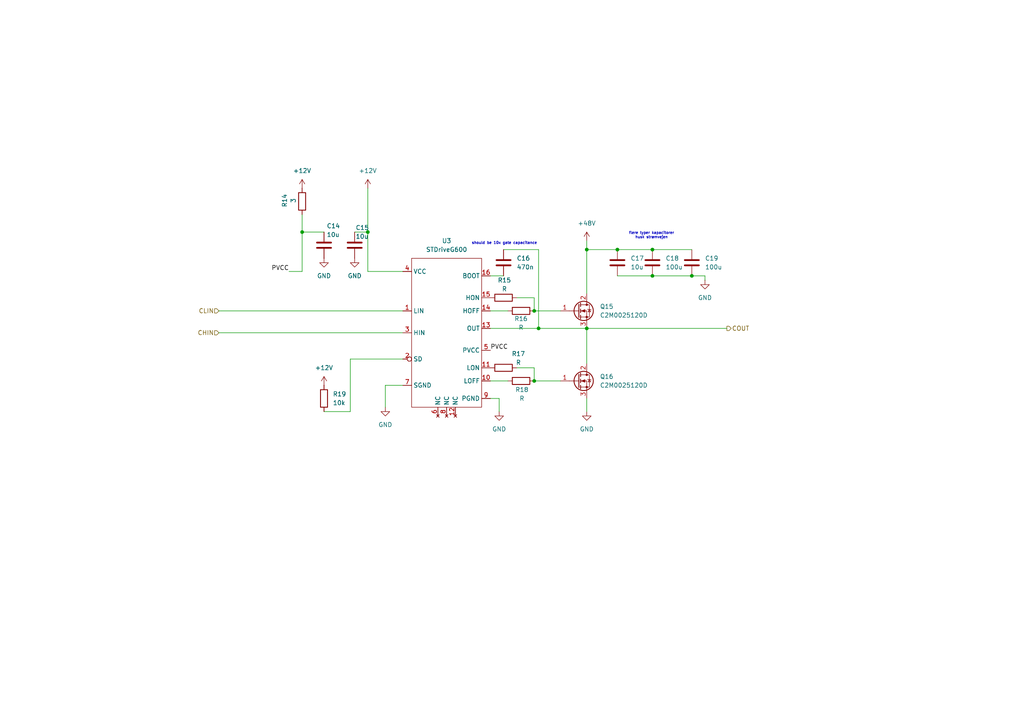
<source format=kicad_sch>
(kicad_sch (version 20250114) (generator "eeschema") (generator_version "9.0")
  (paper "A4")
  (lib_symbols
    (symbol "Device:C" (pin_numbers (hide yes)) (pin_names (offset 0.254))
      (property "Reference" "C" (at 0.635 2.54 0))
      (property "Value" "C" (at 0.635 -2.54 0))
      (symbol "C_0_1"
        (polyline (pts (xy -2.032 0.762) (xy 2.032 0.762)) (stroke (width 0.508)))
        (polyline (pts (xy -2.032 -0.762) (xy 2.032 -0.762)) (stroke (width 0.508)))
      )
      (symbol "C_1_1"
        (pin passive line (at 0 3.81 270) (length 2.794) (name "~") (number "1"))
        (pin passive line (at 0 -3.81 90) (length 2.794) (name "~") (number "2"))
      )
    )
    (symbol "Device:R" (pin_numbers (hide yes)) (pin_names (offset 0))
      (property "Reference" "R" (at 2.032 0 90))
      (property "Value" "R" (at 0 0 90))
      (symbol "R_0_1"
        (rectangle (start -1.016 -2.54) (end 1.016 2.54) (stroke (width 0.254)))
      )
      (symbol "R_1_1"
        (pin passive line (at 0 3.81 270) (length 1.27) (name "~") (number "1"))
        (pin passive line (at 0 -3.81 90) (length 1.27) (name "~") (number "2"))
      )
    )
    (symbol "Transistor_FET:C2M0025120D" (pin_names (hide yes))
      (property "Reference" "Q" (at 5.08 1.905 0))
      (property "Value" "C2M0025120D" (at 5.08 0 0))
      (symbol "C2M0025120D_0_1"
        (polyline (pts (xy 0.254 1.905) (xy 0.254 -1.905)) (stroke (width 0.254)))
        (polyline (pts (xy 0.254 0) (xy -2.54 0)))
        (polyline (pts (xy 0.762 2.286) (xy 0.762 1.27)) (stroke (width 0.254)))
        (polyline (pts (xy 0.762 0.508) (xy 0.762 -0.508)) (stroke (width 0.254)))
        (polyline (pts (xy 0.762 -1.27) (xy 0.762 -2.286)) (stroke (width 0.254)))
        (polyline (pts (xy 0.762 -1.778) (xy 3.302 -1.778) (xy 3.302 1.778) (xy 0.762 1.778)))
        (polyline (pts (xy 1.016 0) (xy 2.032 0.381) (xy 2.032 -0.381) (xy 1.016 0)) (fill (type outline)))
        (circle (center 1.651 0) (radius 2.794) (stroke (width 0.254)))
        (polyline (pts (xy 2.54 2.54) (xy 2.54 1.778)))
        (circle (center 2.54 1.778) (radius 0.254) (fill (type outline)))
        (circle (center 2.54 -1.778) (radius 0.254) (fill (type outline)))
        (polyline (pts (xy 2.54 -2.54) (xy 2.54 0) (xy 0.762 0)))
        (polyline (pts (xy 2.794 0.508) (xy 2.921 0.381) (xy 3.683 0.381) (xy 3.81 0.254)))
        (polyline (pts (xy 3.302 0.381) (xy 2.921 -0.254) (xy 3.683 -0.254) (xy 3.302 0.381)))
      )
      (symbol "C2M0025120D_1_1"
        (pin input line (at -5.08 0 0) (length 2.54) (name "G") (number "1"))
        (pin passive line (at 2.54 5.08 270) (length 2.54) (name "D") (number "2"))
        (pin passive line (at 2.54 -5.08 90) (length 2.54) (name "S") (number "3"))
      )
    )
    (symbol "power:+12V" (power) (pin_numbers (hide yes)) (pin_names (offset 0) (hide yes))
      (property "Value" "+12V" (at 0 3.556 0))
      (symbol "+12V_0_1"
        (polyline (pts (xy -0.762 1.27) (xy 0 2.54)))
        (polyline (pts (xy 0 2.54) (xy 0.762 1.27)))
        (polyline (pts (xy 0 0) (xy 0 2.54)))
      )
      (symbol "+12V_1_1"
        (pin power_in line (at 0 0 90) (length 0) (name "~") (number "1"))
      )
    )
    (symbol "power:+48V" (power) (pin_numbers (hide yes)) (pin_names (offset 0) (hide yes))
      (property "Value" "+48V" (at 0 3.556 0))
      (symbol "+48V_0_1"
        (polyline (pts (xy -0.762 1.27) (xy 0 2.54)))
        (polyline (pts (xy 0 2.54) (xy 0.762 1.27)))
        (polyline (pts (xy 0 0) (xy 0 2.54)))
      )
      (symbol "+48V_1_1"
        (pin power_in line (at 0 0 90) (length 0) (name "~") (number "1"))
      )
    )
    (symbol "power:GND" (power) (pin_numbers (hide yes)) (pin_names (offset 0) (hide yes))
      (property "Value" "GND" (at 0 -3.81 0))
      (symbol "GND_0_1"
        (polyline (pts (xy 0 0) (xy 0 -1.27) (xy 1.27 -1.27) (xy 0 -2.54) (xy -1.27 -1.27) (xy 0 -1.27)))
      )
      (symbol "GND_1_1"
        (pin power_in line (at 0 0 270) (length 0) (name "~") (number "1"))
      )
    )
    (symbol "stm:STDRIVEG600"
      (property "Reference" "U" (at 0 0 0))
      (symbol "STDRIVEG600_0_1"
        (rectangle (start -10.16 21.59) (end 10.16 -21.59))
      )
      (symbol "STDRIVEG600_1_1"
        (pin input line (at -12.7 17.78 0) (length 2.54) (name "VCC") (number "4"))
        (pin input line (at -12.7 6.35 0) (length 2.54) (name "LIN") (number "1"))
        (pin input line (at -12.7 0 0) (length 2.54) (name "HIN") (number "3"))
        (pin input inverted (at -12.7 -7.62 0) (length 2.54) (name "SD") (number "2"))
        (pin power_in line (at -12.7 -15.24 0) (length 2.54) (name "SGND") (number "7"))
        (pin no_connect line (at -2.54 -24.13 90) (length 2.54) (name "NC") (number "6"))
        (pin no_connect line (at 0 -24.13 90) (length 2.54) (name "NC") (number "8"))
        (pin no_connect line (at 2.54 -24.13 90) (length 2.54) (name "NC") (number "12"))
        (pin input line (at 12.7 16.51 180) (length 2.54) (name "BOOT") (number "16"))
        (pin output line (at 12.7 10.16 180) (length 2.54) (name "HON") (number "15"))
        (pin input line (at 12.7 6.35 180) (length 2.54) (name "HOFF") (number "14"))
        (pin input line (at 12.7 1.27 180) (length 2.54) (name "OUT") (number "13"))
        (pin input line (at 12.7 -5.08 180) (length 2.54) (name "PVCC") (number "5"))
        (pin input line (at 12.7 -10.16 180) (length 2.54) (name "LON") (number "11"))
        (pin input line (at 12.7 -13.97 180) (length 2.54) (name "LOFF") (number "10"))
        (pin power_in line (at 12.7 -19.05 180) (length 2.54) (name "PGND") (number "9"))
      )
    )
  )
  (text "should be 10x gate capacitance\n" (at 146.304 70.612 0) (effects (font (size 0.762 0.762))))
  (text "flere typer kapacitorer\nhusk strømvejen" (at 188.976 68.326 0) (effects (font (size 0.762 0.762))))
  (junction (at 189.23 72.39))
  (junction (at 106.68 67.31))
  (junction (at 189.23 80.01))
  (junction (at 154.94 90.17))
  (junction (at 200.66 80.01))
  (junction (at 87.63 67.31))
  (junction (at 179.07 72.39))
  (junction (at 170.18 72.39))
  (junction (at 170.18 95.25))
  (junction (at 154.94 110.49))
  (junction (at 156.21 95.25))
  (wire (pts (xy 170.18 72.39) (xy 170.18 85.09)))
  (wire (pts (xy 101.6 104.14) (xy 116.84 104.14)))
  (wire (pts (xy 111.76 111.76) (xy 111.76 118.11)))
  (wire (pts (xy 102.87 67.31) (xy 106.68 67.31)))
  (wire (pts (xy 93.98 119.38) (xy 101.6 119.38)))
  (wire (pts (xy 83.82 78.74) (xy 87.63 78.74)))
  (wire (pts (xy 179.07 72.39) (xy 189.23 72.39)))
  (wire (pts (xy 149.86 86.36) (xy 154.94 86.36)))
  (wire (pts (xy 142.24 90.17) (xy 147.32 90.17)))
  (wire (pts (xy 179.07 80.01) (xy 189.23 80.01)))
  (wire (pts (xy 154.94 86.36) (xy 154.94 90.17)))
  (wire (pts (xy 156.21 72.39) (xy 146.05 72.39)))
  (wire (pts (xy 170.18 115.57) (xy 170.18 119.38)))
  (wire (pts (xy 142.24 110.49) (xy 147.32 110.49)))
  (wire (pts (xy 156.21 95.25) (xy 156.21 72.39)))
  (wire (pts (xy 142.24 115.57) (xy 144.78 115.57)))
  (wire (pts (xy 87.63 78.74) (xy 87.63 67.31)))
  (wire (pts (xy 87.63 67.31) (xy 93.98 67.31)))
  (wire (pts (xy 63.5 96.52) (xy 116.84 96.52)))
  (wire (pts (xy 101.6 119.38) (xy 101.6 104.14)))
  (wire (pts (xy 170.18 72.39) (xy 179.07 72.39)))
  (wire (pts (xy 106.68 78.74) (xy 116.84 78.74)))
  (wire (pts (xy 204.47 80.01) (xy 204.47 81.28)))
  (wire (pts (xy 106.68 67.31) (xy 106.68 54.61)))
  (wire (pts (xy 142.24 95.25) (xy 156.21 95.25)))
  (wire (pts (xy 189.23 72.39) (xy 200.66 72.39)))
  (wire (pts (xy 154.94 106.68) (xy 154.94 110.49)))
  (wire (pts (xy 170.18 95.25) (xy 170.18 105.41)))
  (wire (pts (xy 142.24 80.01) (xy 146.05 80.01)))
  (wire (pts (xy 87.63 62.23) (xy 87.63 67.31)))
  (wire (pts (xy 189.23 80.01) (xy 200.66 80.01)))
  (wire (pts (xy 156.21 95.25) (xy 170.18 95.25)))
  (wire (pts (xy 144.78 115.57) (xy 144.78 119.38)))
  (wire (pts (xy 154.94 90.17) (xy 162.56 90.17)))
  (wire (pts (xy 154.94 110.49) (xy 162.56 110.49)))
  (wire (pts (xy 116.84 111.76) (xy 111.76 111.76)))
  (wire (pts (xy 204.47 80.01) (xy 200.66 80.01)))
  (wire (pts (xy 170.18 69.85) (xy 170.18 72.39)))
  (wire (pts (xy 149.86 106.68) (xy 154.94 106.68)))
  (wire (pts (xy 63.5 90.17) (xy 116.84 90.17)))
  (wire (pts (xy 106.68 78.74) (xy 106.68 67.31)))
  (wire (pts (xy 170.18 95.25) (xy 210.82 95.25)))
  (label "PVCC" (at 83.82 78.74 180))
  (label "PVCC" (at 142.24 101.6 0))
  (hierarchical_label "COUT" (shape output) (at 210.82 95.25 0))
  (hierarchical_label "CLIN" (shape input) (at 63.5 90.17 180))
  (hierarchical_label "CHIN" (shape input) (at 63.5 96.52 180))
  (symbol (lib_id "Transistor_FET:C2M0025120D") (at 167.64 90.17 0) (unit 1)
    (property "Reference" "Q15" (at 173.99 88.8999 0) (effects (justify left)))
    (property "Value" "C2M0025120D" (at 173.99 91.4399 0) (effects (justify left)))
    (property "Footprint" "Package_TO_SOT_SMD:TO-252-2" (effects (hide yes)))
    (property "Datasheet" "https://www.wolfspeed.com/media/downloads/161/C2M0025120D.pdf" (effects (hide yes)))
    (property "Description" "90A Id, 1200V Vds, 25mOhm, N-Channel SiC MOSFET, TO-247" (effects (hide yes)))
  )
  (symbol (lib_id "power:GND") (at 93.98 74.93 0) (unit 1)
    (property "Reference" "#PWR028" (effects (hide yes)))
    (property "Value" "GND" (at 93.98 80.01 0))
    (property "Description" "Power symbol creates a global label with name \"GND\" , ground" (effects (hide yes)))
  )
  (symbol (lib_id "power:GND") (at 204.47 81.28 0) (unit 1)
    (property "Reference" "#PWR030" (effects (hide yes)))
    (property "Value" "GND" (at 204.47 86.36 0))
    (property "Description" "Power symbol creates a global label with name \"GND\" , ground" (effects (hide yes)))
  )
  (symbol (lib_id "Device:R") (at 87.63 58.42 180) (unit 1)
    (property "Reference" "R14" (at 82.55 58.166 90))
    (property "Value" "3" (at 85.09 58.166 90))
    (property "Footprint" "Resistor_SMD:R_1210_3225Metric" (effects (hide yes)))
    (property "Description" "Resistor" (effects (hide yes)))
  )
  (symbol (lib_id "Device:R") (at 146.05 86.36 90) (unit 1)
    (property "Reference" "R15" (at 146.304 81.28 90))
    (property "Value" "R" (at 146.304 83.82 90))
    (property "Footprint" "Resistor_SMD:R_1206_3216Metric" (effects (hide yes)))
    (property "Description" "Resistor" (effects (hide yes)))
  )
  (symbol (lib_id "Device:C") (at 93.98 71.12 0) (unit 1)
    (property "Reference" "C14" (at 94.742 65.532 0) (effects (justify left)))
    (property "Value" "10u" (at 94.742 68.072 0) (effects (justify left)))
    (property "Footprint" "Capacitor_SMD:C_1812_4532Metric" (effects (hide yes)))
    (property "Description" "Unpolarized capacitor" (effects (hide yes)))
  )
  (symbol (lib_id "Device:C") (at 146.05 76.2 0) (unit 1)
    (property "Reference" "C16" (at 149.86 74.9299 0) (effects (justify left)))
    (property "Value" "470n" (at 149.86 77.4699 0) (effects (justify left)))
    (property "Footprint" "Capacitor_SMD:C_1206_3216Metric" (effects (hide yes)))
    (property "Description" "Unpolarized capacitor" (effects (hide yes)))
  )
  (symbol (lib_id "power:+12V") (at 93.98 111.76 0) (unit 1)
    (property "Reference" "#PWR031" (effects (hide yes)))
    (property "Value" "+12V" (at 93.98 106.68 0))
    (property "Description" "Power symbol creates a global label with name \"+12V\"" (effects (hide yes)))
  )
  (symbol (lib_id "Device:R") (at 146.05 106.68 90) (unit 1)
    (property "Reference" "R17" (at 150.368 102.616 90))
    (property "Value" "R" (at 150.368 105.156 90))
    (property "Footprint" "Resistor_SMD:R_1206_3216Metric" (effects (hide yes)))
    (property "Description" "Resistor" (effects (hide yes)))
  )
  (symbol (lib_id "power:GND") (at 102.87 74.93 0) (unit 1)
    (property "Reference" "#PWR029" (effects (hide yes)))
    (property "Value" "GND" (at 102.87 80.01 0))
    (property "Description" "Power symbol creates a global label with name \"GND\" , ground" (effects (hide yes)))
  )
  (symbol (lib_id "Device:C") (at 179.07 76.2 0) (unit 1)
    (property "Reference" "C17" (at 182.88 74.9299 0) (effects (justify left)))
    (property "Value" "10u" (at 182.88 77.4699 0) (effects (justify left)))
    (property "Footprint" "Capacitor_SMD:C_2220_5750Metric" (effects (hide yes)))
    (property "Description" "Unpolarized capacitor" (effects (hide yes)))
  )
  (symbol (lib_id "stm:STDRIVEG600") (at 129.54 96.52 0) (unit 1)
    (property "Reference" "U3" (at 129.54 69.85 0))
    (property "Value" "STDriveG600" (at 129.54 72.39 0))
    (property "Footprint" "Package_SO:SO-16_3.9x9.9mm_P1.27mm" (effects (hide yes)))
    (property "Datasheet" "https://www.st.com/resource/en/datasheet/stdriveg600.pdf" (effects (hide yes)))
    (property "Description" "Half-bridge gatedriver" (effects (hide yes)))
  )
  (symbol (lib_id "Transistor_FET:C2M0025120D") (at 167.64 110.49 0) (unit 1)
    (property "Reference" "Q16" (at 173.99 109.2199 0) (effects (justify left)))
    (property "Value" "C2M0025120D" (at 173.99 111.7599 0) (effects (justify left)))
    (property "Footprint" "Package_TO_SOT_SMD:TO-252-2" (effects (hide yes)))
    (property "Datasheet" "https://www.wolfspeed.com/media/downloads/161/C2M0025120D.pdf" (effects (hide yes)))
    (property "Description" "90A Id, 1200V Vds, 25mOhm, N-Channel SiC MOSFET, TO-247" (effects (hide yes)))
  )
  (symbol (lib_id "Device:R") (at 93.98 115.57 180) (unit 1)
    (property "Reference" "R19" (at 96.52 114.2999 0) (effects (justify right)))
    (property "Value" "10k" (at 96.52 116.8399 0) (effects (justify right)))
    (property "Footprint" "Resistor_SMD:R_1812_4532Metric" (effects (hide yes)))
    (property "Description" "Resistor" (effects (hide yes)))
  )
  (symbol (lib_id "power:+12V") (at 87.63 54.61 0) (unit 1)
    (property "Reference" "#PWR025" (effects (hide yes)))
    (property "Value" "+12V" (at 87.63 49.53 0))
    (property "Description" "Power symbol creates a global label with name \"+12V\"" (effects (hide yes)))
  )
  (symbol (lib_id "Device:C") (at 189.23 76.2 0) (unit 1)
    (property "Reference" "C18" (at 193.04 74.9299 0) (effects (justify left)))
    (property "Value" "100u" (at 193.04 77.4699 0) (effects (justify left)))
    (property "Footprint" "Capacitor_SMD:C_Elec_6.3x7.7" (effects (hide yes)))
    (property "Description" "Unpolarized capacitor" (effects (hide yes)))
  )
  (symbol (lib_id "Device:R") (at 151.13 90.17 90) (unit 1)
    (property "Reference" "R16" (at 151.13 92.456 90))
    (property "Value" "R" (at 151.13 94.996 90))
    (property "Footprint" "Resistor_SMD:R_1206_3216Metric" (effects (hide yes)))
    (property "Description" "Resistor" (effects (hide yes)))
  )
  (symbol (lib_id "Device:C") (at 102.87 71.12 0) (unit 1)
    (property "Reference" "C15" (at 103.124 66.04 0) (effects (justify left)))
    (property "Value" "10u" (at 103.124 68.58 0) (effects (justify left)))
    (property "Footprint" "Capacitor_SMD:C_1812_4532Metric" (effects (hide yes)))
    (property "Description" "Unpolarized capacitor" (effects (hide yes)))
  )
  (symbol (lib_id "power:GND") (at 170.18 119.38 0) (unit 1)
    (property "Reference" "#PWR034" (effects (hide yes)))
    (property "Value" "GND" (at 170.18 124.46 0))
    (property "Description" "Power symbol creates a global label with name \"GND\" , ground" (effects (hide yes)))
  )
  (symbol (lib_id "power:GND") (at 144.78 119.38 0) (unit 1)
    (property "Reference" "#PWR033" (effects (hide yes)))
    (property "Value" "GND" (at 144.78 124.46 0))
    (property "Description" "Power symbol creates a global label with name \"GND\" , ground" (effects (hide yes)))
  )
  (symbol (lib_id "power:+48V") (at 170.18 69.85 0) (unit 1)
    (property "Reference" "#PWR027" (effects (hide yes)))
    (property "Value" "+48V" (at 170.18 64.77 0))
    (property "Description" "Power symbol creates a global label with name \"+48V\"" (effects (hide yes)))
  )
  (symbol (lib_id "Device:R") (at 151.13 110.49 90) (unit 1)
    (property "Reference" "R18" (at 151.384 113.03 90))
    (property "Value" "R" (at 151.384 115.57 90))
    (property "Footprint" "Resistor_SMD:R_1206_3216Metric" (effects (hide yes)))
    (property "Description" "Resistor" (effects (hide yes)))
  )
  (symbol (lib_id "Device:C") (at 200.66 76.2 0) (unit 1)
    (property "Reference" "C19" (at 204.47 74.9299 0) (effects (justify left)))
    (property "Value" "100u" (at 204.47 77.4699 0) (effects (justify left)))
    (property "Footprint" "Capacitor_SMD:C_Elec_6.3x7.7" (effects (hide yes)))
    (property "Description" "Unpolarized capacitor" (effects (hide yes)))
  )
  (symbol (lib_id "power:GND") (at 111.76 118.11 0) (unit 1)
    (property "Reference" "#PWR032" (effects (hide yes)))
    (property "Value" "GND" (at 111.76 123.19 0))
    (property "Description" "Power symbol creates a global label with name \"GND\" , ground" (effects (hide yes)))
  )
  (symbol (lib_id "power:+12V") (at 106.68 54.61 0) (unit 1)
    (property "Reference" "#PWR026" (effects (hide yes)))
    (property "Value" "+12V" (at 106.68 49.53 0))
    (property "Description" "Power symbol creates a global label with name \"+12V\"" (effects (hide yes)))
  )
)
</source>
